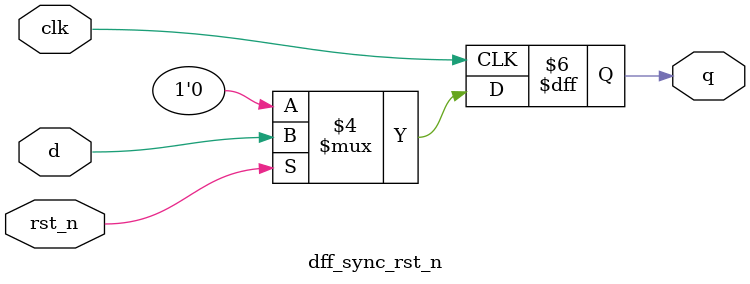
<source format=v>
module dff_sync_rst_n
(
    input clk,
    input rst_n,
    input d,
    output reg q
);
always @ (posedge clk) //always @ (posedge clk or negedge rst_n) для асинхронного
    if (!rst_n)
        q <= 0;
    else
        q <= d;
endmodule
</source>
